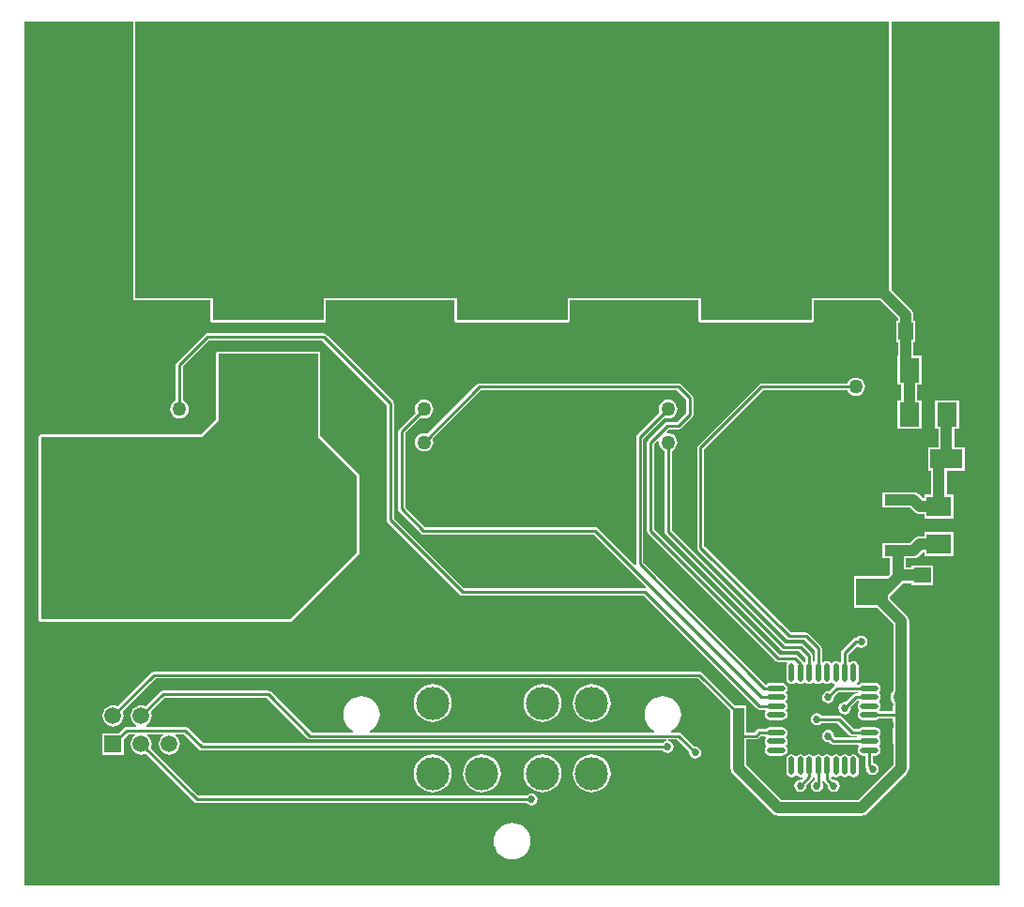
<source format=gbl>
G04 Layer_Physical_Order=2*
G04 Layer_Color=16711680*
%FSLAX25Y25*%
%MOIN*%
G70*
G01*
G75*
%ADD17C,0.01000*%
%ADD19R,0.05906X0.05906*%
%ADD20C,0.05906*%
%ADD21C,0.30315*%
%ADD22C,0.15748*%
%ADD23C,0.11811*%
%ADD24C,0.03937*%
%ADD25C,0.05000*%
%ADD26C,0.02700*%
%ADD27C,0.02362*%
%ADD28R,0.05315X0.06102*%
%ADD29R,0.06102X0.05315*%
%ADD30R,0.07087X0.08661*%
%ADD31R,0.08661X0.07087*%
%ADD32R,0.11417X0.06693*%
%ADD33R,0.09449X0.03937*%
%ADD34R,0.26772X0.21850*%
%ADD35R,0.11221X0.09646*%
%ADD36R,0.04331X0.04331*%
%ADD37O,0.06496X0.02165*%
%ADD38O,0.02165X0.06496*%
%ADD39C,0.03937*%
%ADD40R,0.39370X0.34449*%
G36*
X311024Y212598D02*
X43307D01*
Y311024D01*
X311024D01*
Y212598D01*
D02*
G37*
G36*
X350394Y3937D02*
X3937D01*
Y311024D01*
X42504D01*
Y212598D01*
X42565Y212291D01*
X42739Y212031D01*
X43000Y211857D01*
X43307Y211796D01*
X70063D01*
Y204724D01*
X70124Y204416D01*
X70298Y204156D01*
X70559Y203982D01*
X70866Y203921D01*
X110236D01*
X110544Y203982D01*
X110804Y204156D01*
X110978Y204416D01*
X111039Y204724D01*
Y211796D01*
X156677D01*
Y204725D01*
X156739Y204417D01*
X156913Y204157D01*
X157173Y203983D01*
X157480Y203922D01*
X196850D01*
X197158Y203983D01*
X197418Y204157D01*
X197592Y204417D01*
X197653Y204725D01*
Y211796D01*
X243292D01*
Y204725D01*
X243353Y204417D01*
X243527Y204157D01*
X243787Y203983D01*
X244094Y203922D01*
X283465D01*
X283772Y203983D01*
X284032Y204157D01*
X284206Y204417D01*
X284267Y204725D01*
Y211796D01*
X307895D01*
X314149Y205541D01*
Y204626D01*
X313484D01*
Y196949D01*
X314149D01*
Y192126D01*
X313779D01*
Y181890D01*
X315331D01*
Y176378D01*
X313779D01*
Y166142D01*
X322441D01*
Y176378D01*
X320890D01*
Y181890D01*
X322441D01*
Y192126D01*
X319709D01*
Y196949D01*
X320374D01*
Y204626D01*
X319709D01*
Y206693D01*
X319614Y207412D01*
X319336Y208083D01*
X318895Y208658D01*
X311826Y215727D01*
Y311024D01*
X350394D01*
X350394Y3937D01*
D02*
G37*
%LPC*%
G36*
X110236Y200132D02*
X68898D01*
X68395Y200032D01*
X67970Y199747D01*
X58127Y189904D01*
X57842Y189479D01*
X57743Y188976D01*
Y176243D01*
X57397Y176100D01*
X56710Y175573D01*
X56184Y174886D01*
X55852Y174086D01*
X55739Y173228D01*
X55852Y172370D01*
X56184Y171571D01*
X56710Y170884D01*
X57397Y170357D01*
X58197Y170026D01*
X59055Y169913D01*
X59913Y170026D01*
X60713Y170357D01*
X61400Y170884D01*
X61927Y171571D01*
X62258Y172370D01*
X62371Y173228D01*
X62258Y174086D01*
X61927Y174886D01*
X61400Y175573D01*
X60713Y176100D01*
X60368Y176243D01*
Y188433D01*
X69441Y197506D01*
X109693D01*
X132546Y174653D01*
Y133858D01*
X132646Y133356D01*
X132930Y132930D01*
X158521Y107340D01*
X158947Y107055D01*
X159449Y106955D01*
X223866D01*
X264033Y66788D01*
X264458Y66504D01*
X264961Y66404D01*
X266990D01*
X267301Y65952D01*
X267284Y65813D01*
X266939Y65297D01*
X266794Y64567D01*
X266939Y63837D01*
X267353Y63219D01*
X267971Y62805D01*
X268701Y62660D01*
X273031D01*
X273761Y62805D01*
X274380Y63219D01*
X274793Y63837D01*
X274938Y64567D01*
X274793Y65297D01*
X274448Y65813D01*
X274408Y66142D01*
X274448Y66471D01*
X274793Y66987D01*
X274938Y67716D01*
X274793Y68446D01*
X274380Y69065D01*
Y69518D01*
X274793Y70136D01*
X274938Y70866D01*
X274793Y71596D01*
X274448Y72112D01*
X274408Y72441D01*
X274448Y72770D01*
X274793Y73286D01*
X274938Y74016D01*
X274793Y74745D01*
X274380Y75364D01*
X273761Y75777D01*
X273031Y75923D01*
X268701D01*
X267971Y75777D01*
X267353Y75364D01*
X266895Y75513D01*
X223754Y118654D01*
Y162645D01*
X231277Y170169D01*
X231622Y170026D01*
X232480Y169913D01*
X233338Y170026D01*
X234138Y170357D01*
X234825Y170884D01*
X235352Y171571D01*
X235683Y172370D01*
X235796Y173228D01*
X235683Y174086D01*
X235352Y174886D01*
X234825Y175573D01*
X234138Y176100D01*
X233338Y176431D01*
X232480Y176544D01*
X231622Y176431D01*
X230822Y176100D01*
X230136Y175573D01*
X229609Y174886D01*
X229277Y174086D01*
X229165Y173228D01*
X229277Y172370D01*
X229421Y172025D01*
X221513Y164117D01*
X221228Y163691D01*
X221128Y163189D01*
Y118110D01*
X221144Y118034D01*
X220683Y117788D01*
X207621Y130849D01*
X207195Y131134D01*
X206693Y131234D01*
X146213D01*
X139108Y138339D01*
Y164614D01*
X144663Y170169D01*
X145008Y170026D01*
X145866Y169913D01*
X146724Y170026D01*
X147524Y170357D01*
X148211Y170884D01*
X148738Y171571D01*
X149069Y172370D01*
X149182Y173228D01*
X149069Y174086D01*
X148738Y174886D01*
X148211Y175573D01*
X147524Y176100D01*
X146724Y176431D01*
X145866Y176544D01*
X145008Y176431D01*
X144208Y176100D01*
X143522Y175573D01*
X142995Y174886D01*
X142663Y174086D01*
X142550Y173228D01*
X142663Y172370D01*
X142806Y172025D01*
X136867Y166086D01*
X136583Y165660D01*
X136483Y165157D01*
Y137795D01*
X136583Y137293D01*
X136867Y136867D01*
X144741Y128993D01*
X145167Y128709D01*
X145669Y128609D01*
X206149D01*
X224732Y110026D01*
X224485Y109565D01*
X224410Y109580D01*
X159993D01*
X135171Y134402D01*
Y175197D01*
X135071Y175699D01*
X134786Y176125D01*
X111164Y199747D01*
X110739Y200032D01*
X110236Y200132D01*
D02*
G37*
G36*
X335827Y176378D02*
X327165D01*
Y166142D01*
X328618D01*
Y159646D01*
X324902D01*
Y151378D01*
X325960D01*
Y142913D01*
X323622D01*
Y141547D01*
X323122Y141439D01*
X321729Y142832D01*
X321154Y143273D01*
X320483Y143551D01*
X319764Y143646D01*
X319583Y143622D01*
X308661D01*
Y138110D01*
X318589D01*
X320082Y136617D01*
X320657Y136175D01*
X321328Y135898D01*
X322047Y135803D01*
X323622D01*
Y134252D01*
X333858D01*
Y142913D01*
X331520D01*
Y151378D01*
X337894D01*
Y159646D01*
X334177D01*
Y166142D01*
X335827D01*
Y176378D01*
D02*
G37*
G36*
X108268Y193716D02*
X72835D01*
X72527Y193655D01*
X72267Y193481D01*
X72093Y193221D01*
X72032Y192913D01*
Y169624D01*
X66597Y164189D01*
X9843D01*
X9535Y164128D01*
X9275Y163953D01*
X9101Y163693D01*
X9040Y163386D01*
X9040Y98425D01*
X9101Y98118D01*
X9275Y97857D01*
X9535Y97684D01*
X9843Y97622D01*
X98425D01*
X98733Y97684D01*
X98993Y97857D01*
X122615Y121479D01*
X122789Y121740D01*
X122850Y122047D01*
X122850Y149606D01*
X122850Y149606D01*
X122789Y149914D01*
X122615Y150174D01*
X122615Y150174D01*
X109071Y163718D01*
Y192913D01*
X109009Y193221D01*
X108835Y193481D01*
X108575Y193655D01*
X108268Y193716D01*
D02*
G37*
G36*
X299213Y184418D02*
X298354Y184305D01*
X297555Y183974D01*
X296868Y183447D01*
X296341Y182760D01*
X296198Y182415D01*
X265748D01*
X265246Y182315D01*
X264820Y182030D01*
X243166Y160377D01*
X242882Y159951D01*
X242782Y159449D01*
Y124016D01*
X242882Y123513D01*
X243166Y123088D01*
X274662Y91592D01*
X275088Y91307D01*
X275590Y91207D01*
X280952D01*
X284514Y87645D01*
Y83768D01*
X284252Y83617D01*
X283990Y83768D01*
Y85433D01*
X283890Y85935D01*
X283605Y86361D01*
X280456Y89511D01*
X280030Y89795D01*
X279528Y89895D01*
X274166D01*
X233793Y130268D01*
Y158403D01*
X234138Y158546D01*
X234825Y159073D01*
X235352Y159759D01*
X235683Y160559D01*
X235796Y161417D01*
X235683Y162276D01*
X235352Y163075D01*
X234825Y163762D01*
X234138Y164289D01*
X233338Y164620D01*
X232480Y164733D01*
X232223Y164699D01*
X231990Y165173D01*
X232827Y166010D01*
X236221D01*
X236723Y166110D01*
X237149Y166395D01*
X241086Y170332D01*
X241370Y170757D01*
X241470Y171260D01*
Y177165D01*
X241370Y177668D01*
X241086Y178094D01*
X237149Y182030D01*
X236723Y182315D01*
X236221Y182415D01*
X165551D01*
X165049Y182315D01*
X164623Y182030D01*
X147070Y164477D01*
X146724Y164620D01*
X145866Y164733D01*
X145008Y164620D01*
X144208Y164289D01*
X143522Y163762D01*
X142995Y163075D01*
X142663Y162276D01*
X142550Y161417D01*
X142663Y160559D01*
X142995Y159759D01*
X143522Y159073D01*
X144208Y158546D01*
X145008Y158214D01*
X145866Y158102D01*
X146724Y158214D01*
X147524Y158546D01*
X148211Y159073D01*
X148738Y159759D01*
X149069Y160559D01*
X149182Y161417D01*
X149069Y162276D01*
X148926Y162621D01*
X166095Y179790D01*
X235677D01*
X238845Y176622D01*
Y171803D01*
X235677Y168635D01*
X232283D01*
X231781Y168535D01*
X231355Y168251D01*
X225450Y162346D01*
X225165Y161920D01*
X225065Y161417D01*
Y129921D01*
X225165Y129419D01*
X225450Y128993D01*
X270725Y83718D01*
X271151Y83433D01*
X271654Y83333D01*
X274635D01*
X274891Y82833D01*
X274616Y82423D01*
X274471Y81693D01*
Y77362D01*
X274616Y76632D01*
X275030Y76014D01*
X275648Y75601D01*
X276378Y75455D01*
X277108Y75601D01*
X277624Y75946D01*
X277953Y75986D01*
X278282Y75946D01*
X278798Y75601D01*
X279528Y75455D01*
X280257Y75601D01*
X280773Y75946D01*
X281102Y75986D01*
X281431Y75946D01*
X281947Y75601D01*
X282677Y75455D01*
X283407Y75601D01*
X283923Y75946D01*
X284252Y75986D01*
X284581Y75946D01*
X285097Y75601D01*
X285827Y75455D01*
X286556Y75601D01*
X287072Y75946D01*
X287402Y75986D01*
X287731Y75946D01*
X288247Y75601D01*
X288976Y75455D01*
X289706Y75601D01*
X290222Y75946D01*
X290551Y75986D01*
X290880Y75946D01*
X291396Y75601D01*
X291611Y75558D01*
X291716Y75027D01*
X291592Y74944D01*
X289639Y72992D01*
X289370Y73045D01*
X288536Y72879D01*
X287829Y72407D01*
X287357Y71700D01*
X287191Y70866D01*
X287357Y70032D01*
X287829Y69325D01*
X288536Y68853D01*
X289370Y68687D01*
X290204Y68853D01*
X290911Y69325D01*
X291384Y70032D01*
X291549Y70866D01*
X291496Y71135D01*
X293063Y72703D01*
X299696D01*
X299848Y72441D01*
X299696Y72179D01*
X299213D01*
X298710Y72079D01*
X298285Y71794D01*
X295545Y69055D01*
X295276Y69108D01*
X294442Y68942D01*
X293735Y68470D01*
X293262Y67763D01*
X293096Y66929D01*
X293262Y66095D01*
X293735Y65388D01*
X294442Y64916D01*
X295276Y64750D01*
X296110Y64916D01*
X296817Y65388D01*
X297289Y66095D01*
X297455Y66929D01*
X297401Y67198D01*
X299756Y69554D01*
X300255D01*
X300419Y69077D01*
X300422Y69063D01*
X300010Y68446D01*
X299865Y67716D01*
X300010Y66987D01*
X300355Y66471D01*
X300395Y66142D01*
X300355Y65813D01*
X300010Y65297D01*
X299865Y64567D01*
X300010Y63837D01*
X300423Y63219D01*
X301042Y62805D01*
X301772Y62660D01*
X306102D01*
X306832Y62805D01*
X307451Y63219D01*
X307474Y63254D01*
X312402D01*
Y62008D01*
X312575D01*
Y60039D01*
X312402D01*
Y54134D01*
X312575D01*
Y46821D01*
X300030Y34276D01*
X272805D01*
X260260Y46821D01*
Y54134D01*
X260433D01*
Y55774D01*
X263779D01*
X264282Y55874D01*
X264708Y56158D01*
X265504Y56955D01*
X266990D01*
X267301Y56504D01*
X267284Y56364D01*
X266939Y55848D01*
X266794Y55118D01*
X266939Y54388D01*
X267284Y53872D01*
X267325Y53543D01*
X267284Y53214D01*
X266939Y52698D01*
X266794Y51968D01*
X266939Y51239D01*
X267353Y50620D01*
X267971Y50207D01*
X268701Y50062D01*
X273031D01*
X273761Y50207D01*
X274380Y50620D01*
X274793Y51239D01*
X274938Y51968D01*
X274793Y52698D01*
X274448Y53214D01*
X274408Y53543D01*
X274448Y53872D01*
X274793Y54388D01*
X274938Y55118D01*
X274793Y55848D01*
X274448Y56364D01*
X274408Y56693D01*
X274448Y57022D01*
X274793Y57538D01*
X274938Y58268D01*
X274793Y58997D01*
X274380Y59616D01*
X273761Y60029D01*
X273031Y60174D01*
X268701D01*
X267971Y60029D01*
X267353Y59616D01*
X267329Y59580D01*
X264961D01*
X264458Y59480D01*
X264033Y59196D01*
X263236Y58399D01*
X260433D01*
Y60039D01*
X260260D01*
Y62008D01*
X260433D01*
Y67913D01*
X256384D01*
X244629Y79668D01*
X244203Y79953D01*
X243701Y80053D01*
X50039D01*
X49537Y79953D01*
X49111Y79668D01*
X36983Y67540D01*
X36409Y67778D01*
X35433Y67906D01*
X34457Y67778D01*
X33547Y67401D01*
X32766Y66801D01*
X32166Y66020D01*
X31789Y65110D01*
X31661Y64134D01*
X31789Y63157D01*
X32166Y62248D01*
X32766Y61466D01*
X33547Y60867D01*
X34457Y60490D01*
X35433Y60361D01*
X36409Y60490D01*
X37319Y60867D01*
X38101Y61466D01*
X38700Y62248D01*
X39077Y63157D01*
X39206Y64134D01*
X39077Y65110D01*
X38839Y65684D01*
X50583Y77428D01*
X243157D01*
X254528Y66057D01*
Y62008D01*
X254701D01*
Y60039D01*
X254528D01*
Y54134D01*
X254701D01*
Y45669D01*
X254795Y44950D01*
X255073Y44280D01*
X255515Y43704D01*
X269688Y29531D01*
X270264Y29089D01*
X270934Y28811D01*
X271654Y28716D01*
X301181D01*
X301901Y28811D01*
X302571Y29089D01*
X303147Y29531D01*
X317320Y43704D01*
X317762Y44280D01*
X318039Y44950D01*
X318134Y45669D01*
Y54134D01*
X318307D01*
Y60039D01*
X318134D01*
Y62008D01*
X318307D01*
Y67913D01*
X318134D01*
Y69937D01*
X318163Y70008D01*
X318276Y70866D01*
X318163Y71724D01*
X318134Y71795D01*
Y97933D01*
X318039Y98652D01*
X317762Y99323D01*
X317320Y99899D01*
X311417Y105801D01*
Y106699D01*
X316112Y111394D01*
X318996D01*
Y110728D01*
X326673D01*
Y117618D01*
X318996D01*
Y116953D01*
X316953D01*
Y120134D01*
X319764D01*
X320483Y120228D01*
X321154Y120506D01*
X321729Y120948D01*
X323122Y122341D01*
X323622Y122232D01*
Y120866D01*
X333858D01*
Y129527D01*
X323622D01*
Y127977D01*
X322047D01*
X321328Y127882D01*
X320657Y127604D01*
X320082Y127162D01*
X318612Y125693D01*
X314173D01*
X313993Y125669D01*
X308661D01*
Y120158D01*
X311394D01*
Y114961D01*
X311443Y114586D01*
X310734Y113878D01*
X298622D01*
Y102657D01*
X306699D01*
X312575Y96782D01*
Y73157D01*
X312089Y72524D01*
X311758Y71724D01*
X311645Y70866D01*
X311758Y70008D01*
X312089Y69208D01*
X312575Y68576D01*
Y67913D01*
X312402D01*
Y65880D01*
X307813D01*
X307502Y66331D01*
X307519Y66471D01*
X307864Y66987D01*
X308009Y67716D01*
X307864Y68446D01*
X307451Y69065D01*
Y69518D01*
X307864Y70136D01*
X308009Y70866D01*
X307864Y71596D01*
X307519Y72112D01*
X307478Y72441D01*
X307519Y72770D01*
X307864Y73286D01*
X308009Y74016D01*
X307864Y74745D01*
X307451Y75364D01*
X306832Y75777D01*
X306102Y75923D01*
X301772D01*
X301042Y75777D01*
X300423Y75364D01*
X300400Y75328D01*
X299647D01*
X299496Y75828D01*
X299773Y76014D01*
X300187Y76632D01*
X300332Y77362D01*
Y81693D01*
X300187Y82423D01*
X299773Y83041D01*
X299155Y83455D01*
X298425Y83600D01*
X297695Y83455D01*
X297179Y83110D01*
X297040Y83092D01*
X296588Y83404D01*
Y86071D01*
X299538Y89020D01*
X299640Y89010D01*
X300347Y88538D01*
X301181Y88372D01*
X302015Y88538D01*
X302722Y89010D01*
X303194Y89717D01*
X303360Y90551D01*
X303194Y91385D01*
X302722Y92092D01*
X302015Y92565D01*
X301181Y92730D01*
X300347Y92565D01*
X299640Y92092D01*
X299487Y91864D01*
X299213D01*
X298710Y91764D01*
X298284Y91479D01*
X294347Y87542D01*
X294063Y87116D01*
X293963Y86614D01*
Y83404D01*
X293512Y83092D01*
X293372Y83110D01*
X292856Y83455D01*
X292126Y83600D01*
X291396Y83455D01*
X290880Y83110D01*
X290551Y83069D01*
X290222Y83110D01*
X289706Y83455D01*
X288976Y83600D01*
X288247Y83455D01*
X287731Y83110D01*
X287591Y83092D01*
X287139Y83404D01*
Y88189D01*
X287039Y88691D01*
X286755Y89117D01*
X282424Y93448D01*
X281998Y93732D01*
X281496Y93832D01*
X276134D01*
X245407Y124559D01*
Y158905D01*
X266292Y179790D01*
X296198D01*
X296341Y179445D01*
X296868Y178758D01*
X297555Y178231D01*
X298354Y177900D01*
X299213Y177787D01*
X300071Y177900D01*
X300870Y178231D01*
X301557Y178758D01*
X302084Y179445D01*
X302415Y180244D01*
X302528Y181102D01*
X302415Y181960D01*
X302084Y182760D01*
X301557Y183447D01*
X300870Y183974D01*
X300071Y184305D01*
X299213Y184418D01*
D02*
G37*
G36*
X90551Y73163D02*
X53150D01*
X52647Y73063D01*
X52221Y72778D01*
X46983Y67540D01*
X46409Y67778D01*
X45433Y67906D01*
X44457Y67778D01*
X43547Y67401D01*
X42766Y66801D01*
X42166Y66020D01*
X41789Y65110D01*
X41661Y64134D01*
X41789Y63157D01*
X42166Y62248D01*
X42766Y61466D01*
X43547Y60867D01*
X43445Y60368D01*
X40354D01*
X39852Y60268D01*
X39426Y59983D01*
X37317Y57874D01*
X31693D01*
Y50394D01*
X39173D01*
Y56018D01*
X40898Y57743D01*
X43171D01*
X43341Y57243D01*
X42766Y56801D01*
X42166Y56020D01*
X41789Y55110D01*
X41661Y54134D01*
X41789Y53158D01*
X42166Y52248D01*
X42766Y51466D01*
X43547Y50867D01*
X44457Y50490D01*
X45433Y50361D01*
X46409Y50490D01*
X46983Y50728D01*
X64190Y33521D01*
X64616Y33236D01*
X65118Y33136D01*
X182362D01*
X182514Y32908D01*
X183221Y32435D01*
X184055Y32269D01*
X184889Y32435D01*
X185596Y32908D01*
X186068Y33615D01*
X186234Y34449D01*
X186068Y35283D01*
X185596Y35990D01*
X184889Y36462D01*
X184055Y36628D01*
X183221Y36462D01*
X182514Y35990D01*
X182362Y35761D01*
X65662D01*
X48839Y52584D01*
X49077Y53158D01*
X49205Y54134D01*
X49077Y55110D01*
X48700Y56020D01*
X48101Y56801D01*
X47526Y57243D01*
X47695Y57743D01*
X53171D01*
X53341Y57243D01*
X52766Y56801D01*
X52166Y56020D01*
X51789Y55110D01*
X51661Y54134D01*
X51789Y53158D01*
X52166Y52248D01*
X52766Y51466D01*
X53547Y50867D01*
X54457Y50490D01*
X55433Y50361D01*
X56409Y50490D01*
X57319Y50867D01*
X58101Y51466D01*
X58700Y52248D01*
X59077Y53158D01*
X59206Y54134D01*
X59077Y55110D01*
X58700Y56020D01*
X58101Y56801D01*
X57526Y57243D01*
X57695Y57743D01*
X60480D01*
X66001Y52222D01*
X66427Y51937D01*
X66929Y51837D01*
X230590D01*
X230743Y51609D01*
X231450Y51136D01*
X232283Y50970D01*
X233117Y51136D01*
X233824Y51609D01*
X234297Y52316D01*
X234463Y53150D01*
X234297Y53984D01*
X233824Y54691D01*
X233117Y55163D01*
X232559Y55274D01*
X232609Y55774D01*
X235677D01*
X240000Y51451D01*
X239947Y51181D01*
X240113Y50347D01*
X240585Y49640D01*
X241292Y49168D01*
X242126Y49002D01*
X242960Y49168D01*
X243667Y49640D01*
X244139Y50347D01*
X244305Y51181D01*
X244139Y52015D01*
X243667Y52722D01*
X242960Y53194D01*
X242126Y53360D01*
X241857Y53307D01*
X237149Y58015D01*
X236723Y58299D01*
X236221Y58399D01*
X233751D01*
X233625Y58899D01*
X234296Y59258D01*
X235285Y60069D01*
X236097Y61059D01*
X236700Y62187D01*
X237071Y63412D01*
X237197Y64685D01*
X237071Y65958D01*
X236700Y67183D01*
X236097Y68312D01*
X235285Y69301D01*
X234296Y70113D01*
X233167Y70716D01*
X231943Y71087D01*
X230669Y71213D01*
X229396Y71087D01*
X228171Y70716D01*
X227043Y70113D01*
X226054Y69301D01*
X225242Y68312D01*
X224639Y67183D01*
X224267Y65958D01*
X224142Y64685D01*
X224267Y63412D01*
X224639Y62187D01*
X225242Y61059D01*
X226054Y60069D01*
X227043Y59258D01*
X227713Y58899D01*
X227588Y58399D01*
X126743D01*
X126617Y58899D01*
X127288Y59258D01*
X128277Y60069D01*
X129089Y61059D01*
X129692Y62187D01*
X130063Y63412D01*
X130189Y64685D01*
X130063Y65958D01*
X129692Y67183D01*
X129089Y68312D01*
X128277Y69301D01*
X127288Y70113D01*
X126159Y70716D01*
X124935Y71087D01*
X123661Y71213D01*
X122388Y71087D01*
X121163Y70716D01*
X120035Y70113D01*
X119046Y69301D01*
X118234Y68312D01*
X117631Y67183D01*
X117259Y65958D01*
X117134Y64685D01*
X117259Y63412D01*
X117631Y62187D01*
X118234Y61059D01*
X119046Y60069D01*
X120035Y59258D01*
X120705Y58899D01*
X120580Y58399D01*
X105859D01*
X91479Y72778D01*
X91053Y73063D01*
X90551Y73163D01*
D02*
G37*
G36*
X205413Y75426D02*
X204101Y75297D01*
X202840Y74914D01*
X201677Y74293D01*
X200658Y73456D01*
X199821Y72437D01*
X199200Y71275D01*
X198817Y70013D01*
X198688Y68701D01*
X198817Y67389D01*
X199200Y66127D01*
X199821Y64964D01*
X200658Y63945D01*
X201677Y63109D01*
X202840Y62487D01*
X204101Y62105D01*
X205413Y61976D01*
X206725Y62105D01*
X207987Y62487D01*
X209150Y63109D01*
X210169Y63945D01*
X211005Y64964D01*
X211627Y66127D01*
X212010Y67389D01*
X212139Y68701D01*
X212010Y70013D01*
X211627Y71275D01*
X211005Y72437D01*
X210169Y73456D01*
X209150Y74293D01*
X207987Y74914D01*
X206725Y75297D01*
X205413Y75426D01*
D02*
G37*
G36*
X187913D02*
X186601Y75297D01*
X185340Y74914D01*
X184177Y74293D01*
X183158Y73456D01*
X182322Y72437D01*
X181700Y71275D01*
X181317Y70013D01*
X181188Y68701D01*
X181317Y67389D01*
X181700Y66127D01*
X182322Y64964D01*
X183158Y63945D01*
X184177Y63109D01*
X185340Y62487D01*
X186601Y62105D01*
X187913Y61976D01*
X189225Y62105D01*
X190487Y62487D01*
X191650Y63109D01*
X192669Y63945D01*
X193505Y64964D01*
X194127Y66127D01*
X194509Y67389D01*
X194639Y68701D01*
X194509Y70013D01*
X194127Y71275D01*
X193505Y72437D01*
X192669Y73456D01*
X191650Y74293D01*
X190487Y74914D01*
X189225Y75297D01*
X187913Y75426D01*
D02*
G37*
G36*
X148917D02*
X147605Y75297D01*
X146344Y74914D01*
X145181Y74293D01*
X144162Y73456D01*
X143325Y72437D01*
X142704Y71275D01*
X142321Y70013D01*
X142192Y68701D01*
X142321Y67389D01*
X142704Y66127D01*
X143325Y64964D01*
X144162Y63945D01*
X145181Y63109D01*
X146344Y62487D01*
X147605Y62105D01*
X148917Y61976D01*
X150229Y62105D01*
X151491Y62487D01*
X152654Y63109D01*
X153673Y63945D01*
X154509Y64964D01*
X155131Y66127D01*
X155513Y67389D01*
X155643Y68701D01*
X155513Y70013D01*
X155131Y71275D01*
X154509Y72437D01*
X153673Y73456D01*
X152654Y74293D01*
X151491Y74914D01*
X150229Y75297D01*
X148917Y75426D01*
D02*
G37*
G36*
X285433Y65171D02*
X284599Y65005D01*
X283892Y64533D01*
X283420Y63826D01*
X283254Y62992D01*
X283420Y62158D01*
X283892Y61451D01*
X284599Y60979D01*
X285433Y60813D01*
X286267Y60979D01*
X286974Y61451D01*
X287127Y61680D01*
X292763D01*
X297103Y57340D01*
X297529Y57055D01*
X298031Y56955D01*
X299696D01*
X299848Y56693D01*
X299696Y56431D01*
X291882D01*
X291496Y56817D01*
X291549Y57087D01*
X291384Y57921D01*
X290911Y58628D01*
X290204Y59100D01*
X289370Y59266D01*
X288536Y59100D01*
X287829Y58628D01*
X287357Y57921D01*
X287191Y57087D01*
X287357Y56253D01*
X287829Y55546D01*
X288536Y55073D01*
X289370Y54907D01*
X289639Y54961D01*
X290410Y54190D01*
X290836Y53905D01*
X291339Y53806D01*
X300061D01*
X300372Y53354D01*
X300355Y53214D01*
X300010Y52698D01*
X299865Y51968D01*
X300010Y51239D01*
X300423Y50620D01*
X301042Y50207D01*
X301772Y50062D01*
X302624D01*
Y46457D01*
X302724Y45954D01*
X302994Y45551D01*
X302939Y45276D01*
X303105Y44442D01*
X303577Y43735D01*
X304284Y43262D01*
X305118Y43096D01*
X305952Y43262D01*
X306659Y43735D01*
X307132Y44442D01*
X307297Y45276D01*
X307132Y46110D01*
X306659Y46817D01*
X305952Y47289D01*
X305250Y47429D01*
Y50062D01*
X306102D01*
X306832Y50207D01*
X307451Y50620D01*
X307864Y51239D01*
X308009Y51968D01*
X307864Y52698D01*
X307519Y53214D01*
X307478Y53543D01*
X307519Y53872D01*
X307864Y54388D01*
X308009Y55118D01*
X307864Y55848D01*
X307519Y56364D01*
X307478Y56693D01*
X307519Y57022D01*
X307864Y57538D01*
X308009Y58268D01*
X307864Y58997D01*
X307451Y59616D01*
X306832Y60029D01*
X306102Y60174D01*
X301772D01*
X301042Y60029D01*
X300423Y59616D01*
X300400Y59580D01*
X298575D01*
X294235Y63920D01*
X293809Y64205D01*
X293307Y64305D01*
X287127D01*
X286974Y64533D01*
X286267Y65005D01*
X285433Y65171D01*
D02*
G37*
G36*
X298425Y50529D02*
X297695Y50384D01*
X297179Y50039D01*
X296850Y49998D01*
X296521Y50039D01*
X296005Y50384D01*
X295276Y50529D01*
X294546Y50384D01*
X294030Y50039D01*
X293701Y49998D01*
X293372Y50039D01*
X292856Y50384D01*
X292126Y50529D01*
X291396Y50384D01*
X290880Y50039D01*
X290551Y49998D01*
X290222Y50039D01*
X289706Y50384D01*
X288976Y50529D01*
X288247Y50384D01*
X287731Y50039D01*
X287402Y49998D01*
X287072Y50039D01*
X286556Y50384D01*
X285827Y50529D01*
X285097Y50384D01*
X284581Y50039D01*
X284252Y49998D01*
X283923Y50039D01*
X283407Y50384D01*
X282677Y50529D01*
X281947Y50384D01*
X281431Y50039D01*
X281102Y49998D01*
X280773Y50039D01*
X280257Y50384D01*
X279528Y50529D01*
X278798Y50384D01*
X278282Y50039D01*
X277953Y49998D01*
X277624Y50039D01*
X277108Y50384D01*
X276378Y50529D01*
X275648Y50384D01*
X275030Y49970D01*
X274616Y49352D01*
X274471Y48622D01*
Y44291D01*
X274616Y43562D01*
X275030Y42943D01*
X275648Y42530D01*
X276378Y42385D01*
X277108Y42530D01*
X277624Y42875D01*
X277953Y42915D01*
X278282Y42875D01*
X278798Y42530D01*
X279528Y42385D01*
X280091Y42497D01*
X280337Y42036D01*
X279797Y41496D01*
X279528Y41549D01*
X278694Y41383D01*
X277987Y40911D01*
X277514Y40204D01*
X277348Y39370D01*
X277514Y38536D01*
X277987Y37829D01*
X278694Y37357D01*
X279528Y37191D01*
X280362Y37357D01*
X281068Y37829D01*
X281541Y38536D01*
X281707Y39370D01*
X281653Y39639D01*
X283605Y41592D01*
X283890Y42017D01*
X283940Y42271D01*
X284261Y42429D01*
X284514Y42262D01*
Y41327D01*
X283892Y40911D01*
X283420Y40204D01*
X283254Y39370D01*
X283420Y38536D01*
X283892Y37829D01*
X284599Y37357D01*
X285433Y37191D01*
X286267Y37357D01*
X286974Y37829D01*
X287446Y38536D01*
X287612Y39370D01*
X287446Y40204D01*
X287139Y40664D01*
Y42216D01*
X287402Y42367D01*
X287664Y42216D01*
Y41732D01*
X287764Y41230D01*
X288048Y40804D01*
X289213Y39639D01*
X289159Y39370D01*
X289325Y38536D01*
X289798Y37829D01*
X290505Y37357D01*
X291339Y37191D01*
X292173Y37357D01*
X292880Y37829D01*
X293352Y38536D01*
X293518Y39370D01*
X293352Y40204D01*
X292880Y40911D01*
X292173Y41383D01*
X291339Y41549D01*
X291069Y41496D01*
X290427Y42138D01*
X290466Y42703D01*
X290740Y42892D01*
X290880Y42875D01*
X291396Y42530D01*
X292126Y42385D01*
X292856Y42530D01*
X293372Y42875D01*
X293701Y42915D01*
X294030Y42875D01*
X294546Y42530D01*
X295276Y42385D01*
X296005Y42530D01*
X296521Y42875D01*
X296850Y42915D01*
X297179Y42875D01*
X297695Y42530D01*
X298425Y42385D01*
X299155Y42530D01*
X299773Y42943D01*
X300187Y43562D01*
X300332Y44291D01*
Y48622D01*
X300187Y49352D01*
X299773Y49970D01*
X299155Y50384D01*
X298425Y50529D01*
D02*
G37*
G36*
X205413Y50426D02*
X204101Y50297D01*
X202840Y49914D01*
X201677Y49293D01*
X200658Y48456D01*
X199821Y47437D01*
X199200Y46275D01*
X198817Y45013D01*
X198688Y43701D01*
X198817Y42389D01*
X199200Y41127D01*
X199821Y39964D01*
X200658Y38945D01*
X201677Y38109D01*
X202840Y37487D01*
X204101Y37105D01*
X205413Y36975D01*
X206725Y37105D01*
X207987Y37487D01*
X209150Y38109D01*
X210169Y38945D01*
X211005Y39964D01*
X211627Y41127D01*
X212010Y42389D01*
X212139Y43701D01*
X212010Y45013D01*
X211627Y46275D01*
X211005Y47437D01*
X210169Y48456D01*
X209150Y49293D01*
X207987Y49914D01*
X206725Y50297D01*
X205413Y50426D01*
D02*
G37*
G36*
X187913D02*
X186601Y50297D01*
X185340Y49914D01*
X184177Y49293D01*
X183158Y48456D01*
X182322Y47437D01*
X181700Y46275D01*
X181317Y45013D01*
X181188Y43701D01*
X181317Y42389D01*
X181700Y41127D01*
X182322Y39964D01*
X183158Y38945D01*
X184177Y38109D01*
X185340Y37487D01*
X186601Y37105D01*
X187913Y36975D01*
X189225Y37105D01*
X190487Y37487D01*
X191650Y38109D01*
X192669Y38945D01*
X193505Y39964D01*
X194127Y41127D01*
X194509Y42389D01*
X194639Y43701D01*
X194509Y45013D01*
X194127Y46275D01*
X193505Y47437D01*
X192669Y48456D01*
X191650Y49293D01*
X190487Y49914D01*
X189225Y50297D01*
X187913Y50426D01*
D02*
G37*
G36*
X166417D02*
X165105Y50297D01*
X163844Y49914D01*
X162681Y49293D01*
X161662Y48456D01*
X160826Y47437D01*
X160204Y46275D01*
X159821Y45013D01*
X159692Y43701D01*
X159821Y42389D01*
X160204Y41127D01*
X160826Y39964D01*
X161662Y38945D01*
X162681Y38109D01*
X163844Y37487D01*
X165105Y37105D01*
X166417Y36975D01*
X167729Y37105D01*
X168991Y37487D01*
X170154Y38109D01*
X171173Y38945D01*
X172009Y39964D01*
X172631Y41127D01*
X173013Y42389D01*
X173143Y43701D01*
X173013Y45013D01*
X172631Y46275D01*
X172009Y47437D01*
X171173Y48456D01*
X170154Y49293D01*
X168991Y49914D01*
X167729Y50297D01*
X166417Y50426D01*
D02*
G37*
G36*
X148917D02*
X147605Y50297D01*
X146344Y49914D01*
X145181Y49293D01*
X144162Y48456D01*
X143325Y47437D01*
X142704Y46275D01*
X142321Y45013D01*
X142192Y43701D01*
X142321Y42389D01*
X142704Y41127D01*
X143325Y39964D01*
X144162Y38945D01*
X145181Y38109D01*
X146344Y37487D01*
X147605Y37105D01*
X148917Y36975D01*
X150229Y37105D01*
X151491Y37487D01*
X152654Y38109D01*
X153673Y38945D01*
X154509Y39964D01*
X155131Y41127D01*
X155513Y42389D01*
X155643Y43701D01*
X155513Y45013D01*
X155131Y46275D01*
X154509Y47437D01*
X153673Y48456D01*
X152654Y49293D01*
X151491Y49914D01*
X150229Y50297D01*
X148917Y50426D01*
D02*
G37*
G36*
X177165Y26212D02*
X175892Y26087D01*
X174667Y25716D01*
X173539Y25113D01*
X172550Y24301D01*
X171738Y23312D01*
X171135Y22183D01*
X170763Y20958D01*
X170638Y19685D01*
X170763Y18412D01*
X171135Y17187D01*
X171738Y16059D01*
X172550Y15069D01*
X173539Y14258D01*
X174667Y13654D01*
X175892Y13283D01*
X177165Y13158D01*
X178439Y13283D01*
X179663Y13654D01*
X180792Y14258D01*
X181781Y15069D01*
X182593Y16059D01*
X183196Y17187D01*
X183567Y18412D01*
X183693Y19685D01*
X183567Y20958D01*
X183196Y22183D01*
X182593Y23312D01*
X181781Y24301D01*
X180792Y25113D01*
X179663Y25716D01*
X178439Y26087D01*
X177165Y26212D01*
D02*
G37*
%LPD*%
G36*
X108268Y163386D02*
X122047Y149606D01*
X122047Y122047D01*
X98425Y98425D01*
X9843D01*
X9843Y163386D01*
X66929D01*
X72835Y169291D01*
Y192913D01*
X108268D01*
Y163386D01*
D02*
G37*
G36*
X229198Y161674D02*
X229165Y161417D01*
X229277Y160559D01*
X229609Y159759D01*
X230136Y159073D01*
X230822Y158546D01*
X231168Y158403D01*
Y129724D01*
X231268Y129222D01*
X231552Y128796D01*
X272694Y87655D01*
X273120Y87370D01*
X273622Y87270D01*
X278984D01*
X281364Y84889D01*
Y83609D01*
X280879Y83175D01*
X280740Y83179D01*
X280456Y83605D01*
X278487Y85574D01*
X278061Y85858D01*
X277559Y85958D01*
X272197D01*
X227691Y130465D01*
Y160874D01*
X228725Y161908D01*
X229198Y161674D01*
D02*
G37*
G36*
X104387Y56159D02*
X104813Y55874D01*
X105315Y55774D01*
X231958D01*
X232008Y55274D01*
X231450Y55163D01*
X230743Y54691D01*
X230590Y54462D01*
X67473D01*
X61952Y59983D01*
X61526Y60268D01*
X61024Y60368D01*
X47421D01*
X47319Y60867D01*
X48101Y61466D01*
X48700Y62248D01*
X49077Y63157D01*
X49205Y64134D01*
X49077Y65110D01*
X48839Y65684D01*
X53693Y70538D01*
X90008D01*
X104387Y56159D01*
D02*
G37*
D17*
X61024Y59055D02*
X66929Y53150D01*
X35433Y54134D02*
X40354Y59055D01*
X61024D01*
X66929Y53150D02*
X232283D01*
X45433Y54134D02*
X65118Y34449D01*
X45433Y64134D02*
X53150Y71850D01*
X90551D01*
X35433Y64134D02*
X50039Y78740D01*
X243701D01*
X90551Y71850D02*
X105315Y57087D01*
X236221D01*
X242126Y51181D01*
X289370Y70866D02*
X292520Y74016D01*
X303937D01*
X295276Y66929D02*
X299213Y70866D01*
X303937D01*
X243701Y78740D02*
X257480Y64961D01*
X65118Y34449D02*
X184055D01*
X288976Y41732D02*
X291339Y39370D01*
X288976Y41732D02*
Y46457D01*
X299213Y90551D02*
X301181D01*
X295276Y86614D02*
X299213Y90551D01*
X295276Y79528D02*
Y86614D01*
X285433Y39370D02*
X285827Y39764D01*
Y46457D01*
X282677Y42520D02*
Y46457D01*
X279528Y39370D02*
X282677Y42520D01*
X303937Y46457D02*
X305118Y45276D01*
X303937Y46457D02*
Y51968D01*
X293307Y62992D02*
X298031Y58268D01*
X285433Y62992D02*
X293307D01*
X298031Y58268D02*
X303937D01*
X303937Y55118D02*
X303937Y55118D01*
X291339Y55118D02*
X303937D01*
X289370Y57087D02*
X291339Y55118D01*
X303937Y64567D02*
X314961D01*
X264961Y58268D02*
X270866D01*
X263779Y57087D02*
X264961Y58268D01*
X257480Y57087D02*
X263779D01*
X265748Y70866D02*
X270866D01*
X266535Y74016D02*
X270866D01*
X222441Y118110D02*
X266535Y74016D01*
X222441Y118110D02*
Y163189D01*
X232480Y173228D01*
X279528Y88583D02*
X282677Y85433D01*
Y79528D02*
Y85433D01*
X265748Y181102D02*
X299213D01*
X244094Y159449D02*
X265748Y181102D01*
X281496Y92520D02*
X285827Y88189D01*
Y79528D02*
Y88189D01*
X279528Y79528D02*
Y82677D01*
X277559Y84646D02*
X279528Y82677D01*
X226378Y161417D02*
X232283Y167323D01*
X236221D01*
X240158Y171260D01*
Y177165D01*
X236221Y181102D02*
X240158Y177165D01*
X165551Y181102D02*
X236221D01*
X145866Y161417D02*
X165551Y181102D01*
X244094Y124016D02*
Y159449D01*
Y124016D02*
X275590Y92520D01*
X281496D01*
X232480Y129724D02*
Y161417D01*
Y129724D02*
X273622Y88583D01*
X279528D01*
X226378Y129921D02*
Y161417D01*
Y129921D02*
X271654Y84646D01*
X277559D01*
X264961Y67716D02*
X270866D01*
X145669Y129921D02*
X206693D01*
X265748Y70866D01*
X224410Y108268D02*
X264961Y67716D01*
X59055Y173228D02*
Y188976D01*
X68898Y198819D01*
X110236D01*
X137795Y137795D02*
X145669Y129921D01*
X137795Y137795D02*
Y165157D01*
X145866Y173228D01*
X159449Y108268D02*
X224410D01*
X133858Y133858D02*
X159449Y108268D01*
X133858Y133858D02*
Y175197D01*
X110236Y198819D02*
X133858Y175197D01*
D19*
X35433Y54134D02*
D03*
D20*
Y64134D02*
D03*
X45433Y54134D02*
D03*
Y64134D02*
D03*
X55433Y54134D02*
D03*
Y64134D02*
D03*
D21*
X19685Y19685D02*
D03*
X334646D02*
D03*
Y295276D02*
D03*
X19685D02*
D03*
D22*
X162165Y278780D02*
D03*
X172165D02*
D03*
X162165Y268779D02*
D03*
Y258780D02*
D03*
Y248780D02*
D03*
X172165D02*
D03*
Y258780D02*
D03*
Y268779D02*
D03*
X182165D02*
D03*
Y258780D02*
D03*
Y248780D02*
D03*
Y278780D02*
D03*
X192165Y268779D02*
D03*
Y258780D02*
D03*
Y248780D02*
D03*
Y278780D02*
D03*
X24370Y148858D02*
D03*
X34370D02*
D03*
X24370Y138858D02*
D03*
Y128858D02*
D03*
Y118858D02*
D03*
X34370D02*
D03*
Y128858D02*
D03*
Y138858D02*
D03*
X44370D02*
D03*
Y128858D02*
D03*
Y118858D02*
D03*
Y148858D02*
D03*
X54370Y138858D02*
D03*
Y128858D02*
D03*
Y118858D02*
D03*
Y148858D02*
D03*
D23*
X148917Y43701D02*
D03*
X205413D02*
D03*
X166417D02*
D03*
X187913D02*
D03*
Y68701D02*
D03*
X166417D02*
D03*
X205413D02*
D03*
X148917D02*
D03*
D24*
X72441Y114961D02*
D03*
X79528Y129134D02*
D03*
X72441Y143307D02*
D03*
X79528Y157480D02*
D03*
X93701Y129134D02*
D03*
X86614Y143307D02*
D03*
X93701Y157480D02*
D03*
X86614Y171654D02*
D03*
X100787Y114961D02*
D03*
X107874Y129134D02*
D03*
X100787Y143307D02*
D03*
X107874Y157480D02*
D03*
X100787Y171654D02*
D03*
X59055Y255906D02*
D03*
X68898Y275591D02*
D03*
X59055Y295276D02*
D03*
X78740Y255906D02*
D03*
X88583Y275591D02*
D03*
X78740Y295276D02*
D03*
X98425Y255906D02*
D03*
X108268Y275591D02*
D03*
X98425Y295276D02*
D03*
X127953Y236221D02*
D03*
X118110Y255906D02*
D03*
X127953Y275591D02*
D03*
X118110Y295276D02*
D03*
X147638Y236221D02*
D03*
X137795Y255906D02*
D03*
X147638Y275591D02*
D03*
X137795Y295276D02*
D03*
X206693Y236221D02*
D03*
Y275591D02*
D03*
X226378Y236221D02*
D03*
X216535Y255906D02*
D03*
X226378Y275591D02*
D03*
X216535Y295276D02*
D03*
X236221Y255906D02*
D03*
X246063Y275591D02*
D03*
X236221Y295276D02*
D03*
X255906Y255906D02*
D03*
X265748Y275591D02*
D03*
X255906Y295276D02*
D03*
X275591Y255906D02*
D03*
X285433Y275591D02*
D03*
X275591Y295276D02*
D03*
X295276Y255906D02*
D03*
Y295276D02*
D03*
D25*
X207677Y202756D02*
D03*
X208661Y101378D02*
D03*
X314961Y70866D02*
D03*
X216535Y135827D02*
D03*
X232480Y173228D02*
D03*
X145866D02*
D03*
Y161417D02*
D03*
X232480D02*
D03*
X59055Y173228D02*
D03*
X275590Y215551D02*
D03*
Y229331D02*
D03*
X269685Y222441D02*
D03*
X257874D02*
D03*
X251969Y229331D02*
D03*
Y215551D02*
D03*
X263779D02*
D03*
Y229331D02*
D03*
X177165D02*
D03*
Y215551D02*
D03*
X165354D02*
D03*
Y229331D02*
D03*
X171260Y222441D02*
D03*
X183071D02*
D03*
X188976Y229331D02*
D03*
Y215551D02*
D03*
X102362D02*
D03*
Y229331D02*
D03*
X96457Y222441D02*
D03*
X84646D02*
D03*
X78740Y229331D02*
D03*
Y215551D02*
D03*
X90551D02*
D03*
Y229331D02*
D03*
X185039Y147638D02*
D03*
X169291D02*
D03*
X177165D02*
D03*
X271654D02*
D03*
X255906D02*
D03*
X263779D02*
D03*
X299213Y181102D02*
D03*
D26*
X232283Y53150D02*
D03*
X242126Y51181D02*
D03*
X295276Y66929D02*
D03*
X289370Y70866D02*
D03*
X184055Y34449D02*
D03*
X291339Y39370D02*
D03*
X301181Y90551D02*
D03*
X285433Y39370D02*
D03*
X279528D02*
D03*
X305118Y45276D02*
D03*
X285433Y62992D02*
D03*
X289370Y57087D02*
D03*
D27*
X30315Y19685D02*
D03*
X19685Y9055D02*
D03*
Y30315D02*
D03*
X9055Y19685D02*
D03*
X12205Y27165D02*
D03*
Y12205D02*
D03*
X27165D02*
D03*
Y27165D02*
D03*
X342126D02*
D03*
Y12205D02*
D03*
X327165D02*
D03*
Y27165D02*
D03*
X324016Y19685D02*
D03*
X334646Y30315D02*
D03*
Y9055D02*
D03*
X345276Y19685D02*
D03*
Y295276D02*
D03*
X334646Y284646D02*
D03*
Y305906D02*
D03*
X324016Y295276D02*
D03*
X327165Y302756D02*
D03*
Y287795D02*
D03*
X342126D02*
D03*
Y302756D02*
D03*
X27165D02*
D03*
X12205D02*
D03*
Y287795D02*
D03*
X27165D02*
D03*
X19685Y284646D02*
D03*
X30315Y295276D02*
D03*
X9055D02*
D03*
X19685Y305906D02*
D03*
D28*
X324803Y200787D02*
D03*
X316929D02*
D03*
D29*
X322835Y106299D02*
D03*
Y114173D02*
D03*
D30*
X318110Y187008D02*
D03*
X331496D02*
D03*
X331496Y171260D02*
D03*
X318110D02*
D03*
D31*
X328740Y138583D02*
D03*
Y125197D02*
D03*
D32*
X318209Y155512D02*
D03*
X331398D02*
D03*
D33*
X314173Y140866D02*
D03*
Y122913D02*
D03*
D34*
X288976Y131890D02*
D03*
D35*
X285531Y108268D02*
D03*
X305020D02*
D03*
D36*
X315354Y57087D02*
D03*
X322441D02*
D03*
X315354Y64961D02*
D03*
X322441D02*
D03*
X257480Y64961D02*
D03*
X250394D02*
D03*
X257480Y57087D02*
D03*
X250394D02*
D03*
D37*
X303937Y74016D02*
D03*
Y70866D02*
D03*
Y67716D02*
D03*
Y64567D02*
D03*
Y61417D02*
D03*
Y58268D02*
D03*
Y55118D02*
D03*
Y51968D02*
D03*
X270866D02*
D03*
Y55118D02*
D03*
Y58268D02*
D03*
Y61417D02*
D03*
Y64567D02*
D03*
Y67716D02*
D03*
Y70866D02*
D03*
Y74016D02*
D03*
D38*
X298425Y46457D02*
D03*
X295276D02*
D03*
X292126D02*
D03*
X288976D02*
D03*
X285827D02*
D03*
X282677D02*
D03*
X279528D02*
D03*
X276378D02*
D03*
Y79528D02*
D03*
X279528D02*
D03*
X282677D02*
D03*
X285827D02*
D03*
X288976D02*
D03*
X292126D02*
D03*
X295276D02*
D03*
X298425D02*
D03*
D39*
X271654Y31496D02*
X301181D01*
X257480Y45669D02*
X271654Y31496D01*
X301181D02*
X315354Y45669D01*
Y64961D02*
Y97933D01*
X257480Y45669D02*
Y57087D01*
Y64961D01*
X307087Y216535D02*
X316929Y206693D01*
Y200787D02*
Y206693D01*
X309055Y108268D02*
X314961Y114173D01*
X314173Y114961D02*
Y122913D01*
X314961Y114173D02*
X322835D01*
X305020Y108268D02*
X309055D01*
X322047Y125197D02*
X328740D01*
X319764Y122913D02*
X322047Y125197D01*
X314173Y122913D02*
X319764D01*
X322047Y138583D02*
X328740D01*
X319764Y140866D02*
X322047Y138583D01*
X316929Y188976D02*
Y200787D01*
X328740Y138583D02*
Y153543D01*
X331398Y155512D02*
Y171161D01*
X328740Y153543D02*
X331398Y156201D01*
X316929Y188976D02*
X318110Y187795D01*
Y171260D02*
Y187795D01*
X305020Y108268D02*
X315354Y97933D01*
Y45669D02*
Y57087D01*
Y64961D01*
D40*
X263779Y221949D02*
D03*
X177165D02*
D03*
X90551Y221948D02*
D03*
M02*

</source>
